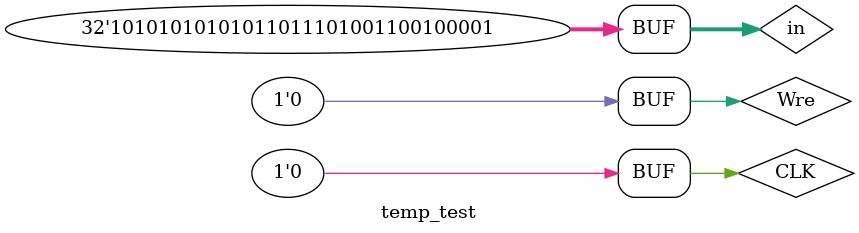
<source format=v>
`timescale 1ns / 1ps


module temp_test();
    reg [31:0] in;
    reg CLK,Wre;
    wire [31:0]out;
    initial
    begin
        in=32'h00000023;
        Wre=1;
        #20;
        
        CLK=0;
        #20;
        CLK=1;
        in=32'h77777777;
        #20;
        CLK=0;
        #20;
        CLK=1;
        in=32'haaadd321;
        Wre=0;
        #20;
        CLK=0;
    
    end
    
    Reg_temp a(
    .in(in),
    .CLK(CLK),
    .Wre(Wre),
    .out(out)
    );
endmodule

</source>
